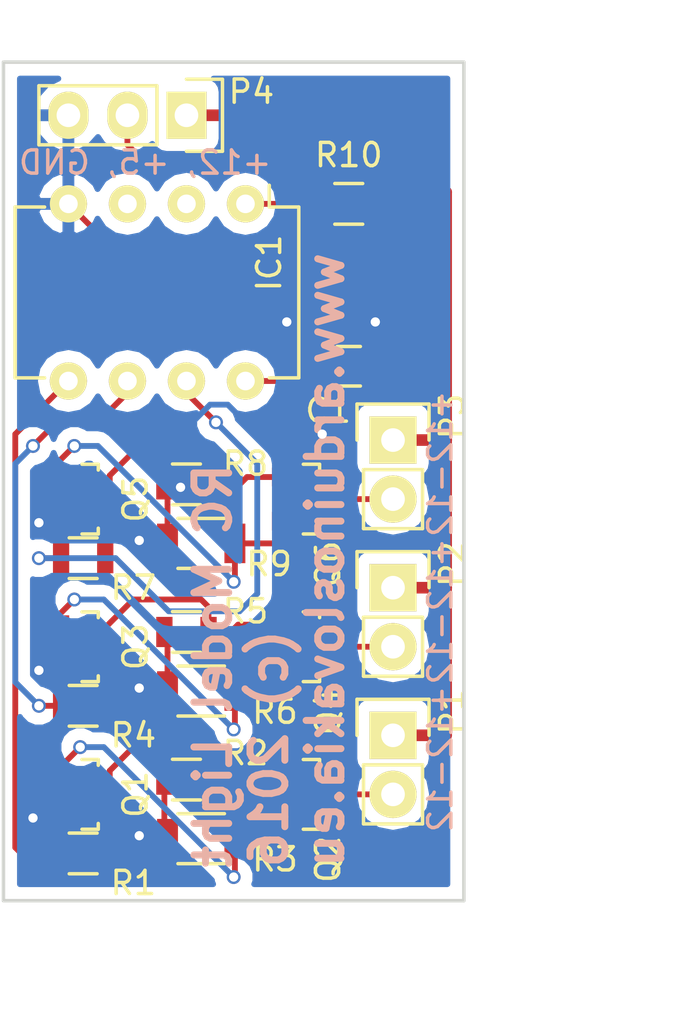
<source format=kicad_pcb>
(kicad_pcb (version 4) (host pcbnew 4.0.1-stable)

  (general
    (links 39)
    (no_connects 0)
    (area 163.500999 103.048999 183.463001 139.267001)
    (thickness 1.6)
    (drawings 11)
    (tracks 170)
    (zones 0)
    (modules 22)
    (nets 19)
  )

  (page A4)
  (layers
    (0 F.Cu signal)
    (31 B.Cu signal)
    (32 B.Adhes user)
    (33 F.Adhes user)
    (34 B.Paste user)
    (35 F.Paste user)
    (36 B.SilkS user)
    (37 F.SilkS user)
    (38 B.Mask user)
    (39 F.Mask user)
    (40 Dwgs.User user)
    (41 Cmts.User user)
    (42 Eco1.User user)
    (43 Eco2.User user)
    (44 Edge.Cuts user)
    (45 Margin user)
    (46 B.CrtYd user)
    (47 F.CrtYd user)
    (48 B.Fab user)
    (49 F.Fab user)
  )

  (setup
    (last_trace_width 0.25)
    (trace_clearance 0.2)
    (zone_clearance 0.508)
    (zone_45_only no)
    (trace_min 0.2)
    (segment_width 0.2)
    (edge_width 0.15)
    (via_size 0.6)
    (via_drill 0.4)
    (via_min_size 0.4)
    (via_min_drill 0.3)
    (uvia_size 0.3)
    (uvia_drill 0.1)
    (uvias_allowed no)
    (uvia_min_size 0.2)
    (uvia_min_drill 0.1)
    (pcb_text_width 0.3)
    (pcb_text_size 1.5 1.5)
    (mod_edge_width 0.15)
    (mod_text_size 1 1)
    (mod_text_width 0.15)
    (pad_size 1.524 1.524)
    (pad_drill 0.762)
    (pad_to_mask_clearance 0.2)
    (aux_axis_origin 0 0)
    (visible_elements FFFEFF7F)
    (pcbplotparams
      (layerselection 0x00030_80000001)
      (usegerberextensions false)
      (excludeedgelayer true)
      (linewidth 0.100000)
      (plotframeref false)
      (viasonmask false)
      (mode 1)
      (useauxorigin false)
      (hpglpennumber 1)
      (hpglpenspeed 20)
      (hpglpendiameter 15)
      (hpglpenoverlay 2)
      (psnegative false)
      (psa4output false)
      (plotreference true)
      (plotvalue true)
      (plotinvisibletext false)
      (padsonsilk false)
      (subtractmaskfromsilk false)
      (outputformat 1)
      (mirror false)
      (drillshape 1)
      (scaleselection 1)
      (outputdirectory ""))
  )

  (net 0 "")
  (net 1 GND)
  (net 2 +5V)
  (net 3 "Net-(IC1-Pad1)")
  (net 4 "Net-(IC1-Pad2)")
  (net 5 "Net-(IC1-Pad3)")
  (net 6 "Net-(IC1-Pad5)")
  (net 7 "Net-(IC1-Pad6)")
  (net 8 "Net-(IC1-Pad7)")
  (net 9 +12V)
  (net 10 "Net-(P1-Pad2)")
  (net 11 "Net-(P2-Pad2)")
  (net 12 "Net-(P3-Pad2)")
  (net 13 "Net-(Q1-Pad1)")
  (net 14 "Net-(Q1-Pad3)")
  (net 15 "Net-(Q3-Pad1)")
  (net 16 "Net-(Q3-Pad3)")
  (net 17 "Net-(Q5-Pad1)")
  (net 18 "Net-(Q5-Pad3)")

  (net_class Default "This is the default net class."
    (clearance 0.2)
    (trace_width 0.25)
    (via_dia 0.6)
    (via_drill 0.4)
    (uvia_dia 0.3)
    (uvia_drill 0.1)
    (add_net +5V)
    (add_net GND)
    (add_net "Net-(IC1-Pad1)")
    (add_net "Net-(IC1-Pad2)")
    (add_net "Net-(IC1-Pad3)")
    (add_net "Net-(IC1-Pad5)")
    (add_net "Net-(IC1-Pad6)")
    (add_net "Net-(IC1-Pad7)")
    (add_net "Net-(P1-Pad2)")
    (add_net "Net-(P2-Pad2)")
    (add_net "Net-(P3-Pad2)")
    (add_net "Net-(Q1-Pad1)")
    (add_net "Net-(Q1-Pad3)")
    (add_net "Net-(Q3-Pad1)")
    (add_net "Net-(Q3-Pad3)")
    (add_net "Net-(Q5-Pad1)")
    (add_net "Net-(Q5-Pad3)")
  )

  (net_class v12 ""
    (clearance 0.2)
    (trace_width 0.5)
    (via_dia 0.6)
    (via_drill 0.4)
    (uvia_dia 0.3)
    (uvia_drill 0.1)
    (add_net +12V)
  )

  (module Capacitors_SMD:C_0805 (layer F.Cu) (tedit 57A9746C) (tstamp 57A8E6E0)
    (at 178.435 116.205 180)
    (descr "Capacitor SMD 0805, reflow soldering, AVX (see smccp.pdf)")
    (tags "capacitor 0805")
    (path /57A8EAB4)
    (attr smd)
    (fp_text reference C1 (at 0.889 -1.905 180) (layer F.SilkS)
      (effects (font (size 1 1) (thickness 0.15)))
    )
    (fp_text value 0.1u (at 0 2.1 180) (layer F.Fab)
      (effects (font (size 1 1) (thickness 0.15)))
    )
    (fp_line (start -1.8 -1) (end 1.8 -1) (layer F.CrtYd) (width 0.05))
    (fp_line (start -1.8 1) (end 1.8 1) (layer F.CrtYd) (width 0.05))
    (fp_line (start -1.8 -1) (end -1.8 1) (layer F.CrtYd) (width 0.05))
    (fp_line (start 1.8 -1) (end 1.8 1) (layer F.CrtYd) (width 0.05))
    (fp_line (start 0.5 -0.85) (end -0.5 -0.85) (layer F.SilkS) (width 0.15))
    (fp_line (start -0.5 0.85) (end 0.5 0.85) (layer F.SilkS) (width 0.15))
    (pad 1 smd rect (at -1 0 180) (size 1 1.25) (layers F.Cu F.Paste F.Mask)
      (net 1 GND))
    (pad 2 smd rect (at 1 0 180) (size 1 1.25) (layers F.Cu F.Paste F.Mask)
      (net 2 +5V))
    (model Capacitors_SMD.3dshapes/C_0805.wrl
      (at (xyz 0 0 0))
      (scale (xyz 1 1 1))
      (rotate (xyz 0 0 0))
    )
  )

  (module Housings_DIP:DIP-8_W7.62mm (layer F.Cu) (tedit 57A97461) (tstamp 57A8E6F7)
    (at 173.99 109.22 270)
    (descr "8-lead dip package, row spacing 7.62 mm (300 mils)")
    (tags "dil dip 2.54 300")
    (path /57A8DF4F)
    (fp_text reference IC1 (at 2.54 -1.016 270) (layer F.SilkS)
      (effects (font (size 1 1) (thickness 0.15)))
    )
    (fp_text value ATTINY85 (at 0 -3.72 270) (layer F.Fab)
      (effects (font (size 1 1) (thickness 0.15)))
    )
    (fp_line (start -1.05 -2.45) (end -1.05 10.1) (layer F.CrtYd) (width 0.05))
    (fp_line (start 8.65 -2.45) (end 8.65 10.1) (layer F.CrtYd) (width 0.05))
    (fp_line (start -1.05 -2.45) (end 8.65 -2.45) (layer F.CrtYd) (width 0.05))
    (fp_line (start -1.05 10.1) (end 8.65 10.1) (layer F.CrtYd) (width 0.05))
    (fp_line (start 0.135 -2.295) (end 0.135 -1.025) (layer F.SilkS) (width 0.15))
    (fp_line (start 7.485 -2.295) (end 7.485 -1.025) (layer F.SilkS) (width 0.15))
    (fp_line (start 7.485 9.915) (end 7.485 8.645) (layer F.SilkS) (width 0.15))
    (fp_line (start 0.135 9.915) (end 0.135 8.645) (layer F.SilkS) (width 0.15))
    (fp_line (start 0.135 -2.295) (end 7.485 -2.295) (layer F.SilkS) (width 0.15))
    (fp_line (start 0.135 9.915) (end 7.485 9.915) (layer F.SilkS) (width 0.15))
    (fp_line (start 0.135 -1.025) (end -0.8 -1.025) (layer F.SilkS) (width 0.15))
    (pad 1 thru_hole oval (at 0 0 270) (size 1.6 1.6) (drill 0.8) (layers *.Cu *.Mask F.SilkS)
      (net 3 "Net-(IC1-Pad1)"))
    (pad 2 thru_hole oval (at 0 2.54 270) (size 1.6 1.6) (drill 0.8) (layers *.Cu *.Mask F.SilkS)
      (net 4 "Net-(IC1-Pad2)"))
    (pad 3 thru_hole oval (at 0 5.08 270) (size 1.6 1.6) (drill 0.8) (layers *.Cu *.Mask F.SilkS)
      (net 5 "Net-(IC1-Pad3)"))
    (pad 4 thru_hole oval (at 0 7.62 270) (size 1.6 1.6) (drill 0.8) (layers *.Cu *.Mask F.SilkS)
      (net 1 GND))
    (pad 5 thru_hole oval (at 7.62 7.62 270) (size 1.6 1.6) (drill 0.8) (layers *.Cu *.Mask F.SilkS)
      (net 6 "Net-(IC1-Pad5)"))
    (pad 6 thru_hole oval (at 7.62 5.08 270) (size 1.6 1.6) (drill 0.8) (layers *.Cu *.Mask F.SilkS)
      (net 7 "Net-(IC1-Pad6)"))
    (pad 7 thru_hole oval (at 7.62 2.54 270) (size 1.6 1.6) (drill 0.8) (layers *.Cu *.Mask F.SilkS)
      (net 8 "Net-(IC1-Pad7)"))
    (pad 8 thru_hole oval (at 7.62 0 270) (size 1.6 1.6) (drill 0.8) (layers *.Cu *.Mask F.SilkS)
      (net 2 +5V))
    (model Housings_DIP.3dshapes/DIP-8_W7.62mm.wrl
      (at (xyz 0 0 0))
      (scale (xyz 1 1 1))
      (rotate (xyz 0 0 0))
    )
  )

  (module Pin_Headers:Pin_Header_Straight_1x02 (layer F.Cu) (tedit 57A97496) (tstamp 57A8E708)
    (at 180.34 132.08)
    (descr "Through hole pin header")
    (tags "pin header")
    (path /57A8E502)
    (fp_text reference P1 (at 2.54 -1.016 90) (layer F.SilkS)
      (effects (font (size 1 1) (thickness 0.15)))
    )
    (fp_text value CONN_01X02 (at 0 -3.1) (layer F.Fab)
      (effects (font (size 1 1) (thickness 0.15)))
    )
    (fp_line (start 1.27 1.27) (end 1.27 3.81) (layer F.SilkS) (width 0.15))
    (fp_line (start 1.55 -1.55) (end 1.55 0) (layer F.SilkS) (width 0.15))
    (fp_line (start -1.75 -1.75) (end -1.75 4.3) (layer F.CrtYd) (width 0.05))
    (fp_line (start 1.75 -1.75) (end 1.75 4.3) (layer F.CrtYd) (width 0.05))
    (fp_line (start -1.75 -1.75) (end 1.75 -1.75) (layer F.CrtYd) (width 0.05))
    (fp_line (start -1.75 4.3) (end 1.75 4.3) (layer F.CrtYd) (width 0.05))
    (fp_line (start 1.27 1.27) (end -1.27 1.27) (layer F.SilkS) (width 0.15))
    (fp_line (start -1.55 0) (end -1.55 -1.55) (layer F.SilkS) (width 0.15))
    (fp_line (start -1.55 -1.55) (end 1.55 -1.55) (layer F.SilkS) (width 0.15))
    (fp_line (start -1.27 1.27) (end -1.27 3.81) (layer F.SilkS) (width 0.15))
    (fp_line (start -1.27 3.81) (end 1.27 3.81) (layer F.SilkS) (width 0.15))
    (pad 1 thru_hole rect (at 0 0) (size 2.032 2.032) (drill 1.016) (layers *.Cu *.Mask F.SilkS)
      (net 9 +12V))
    (pad 2 thru_hole oval (at 0 2.54) (size 2.032 2.032) (drill 1.016) (layers *.Cu *.Mask F.SilkS)
      (net 10 "Net-(P1-Pad2)"))
    (model Pin_Headers.3dshapes/Pin_Header_Straight_1x02.wrl
      (at (xyz 0 -0.05 0))
      (scale (xyz 1 1 1))
      (rotate (xyz 0 0 90))
    )
  )

  (module Pin_Headers:Pin_Header_Straight_1x02 (layer F.Cu) (tedit 57A97486) (tstamp 57A8E719)
    (at 180.34 125.73)
    (descr "Through hole pin header")
    (tags "pin header")
    (path /57A8F841)
    (fp_text reference P2 (at 2.54 -1.016 90) (layer F.SilkS)
      (effects (font (size 1 1) (thickness 0.15)))
    )
    (fp_text value CONN_01X02 (at 0 -3.1) (layer F.Fab)
      (effects (font (size 1 1) (thickness 0.15)))
    )
    (fp_line (start 1.27 1.27) (end 1.27 3.81) (layer F.SilkS) (width 0.15))
    (fp_line (start 1.55 -1.55) (end 1.55 0) (layer F.SilkS) (width 0.15))
    (fp_line (start -1.75 -1.75) (end -1.75 4.3) (layer F.CrtYd) (width 0.05))
    (fp_line (start 1.75 -1.75) (end 1.75 4.3) (layer F.CrtYd) (width 0.05))
    (fp_line (start -1.75 -1.75) (end 1.75 -1.75) (layer F.CrtYd) (width 0.05))
    (fp_line (start -1.75 4.3) (end 1.75 4.3) (layer F.CrtYd) (width 0.05))
    (fp_line (start 1.27 1.27) (end -1.27 1.27) (layer F.SilkS) (width 0.15))
    (fp_line (start -1.55 0) (end -1.55 -1.55) (layer F.SilkS) (width 0.15))
    (fp_line (start -1.55 -1.55) (end 1.55 -1.55) (layer F.SilkS) (width 0.15))
    (fp_line (start -1.27 1.27) (end -1.27 3.81) (layer F.SilkS) (width 0.15))
    (fp_line (start -1.27 3.81) (end 1.27 3.81) (layer F.SilkS) (width 0.15))
    (pad 1 thru_hole rect (at 0 0) (size 2.032 2.032) (drill 1.016) (layers *.Cu *.Mask F.SilkS)
      (net 9 +12V))
    (pad 2 thru_hole oval (at 0 2.54) (size 2.032 2.032) (drill 1.016) (layers *.Cu *.Mask F.SilkS)
      (net 11 "Net-(P2-Pad2)"))
    (model Pin_Headers.3dshapes/Pin_Header_Straight_1x02.wrl
      (at (xyz 0 -0.05 0))
      (scale (xyz 1 1 1))
      (rotate (xyz 0 0 90))
    )
  )

  (module Pin_Headers:Pin_Header_Straight_1x02 (layer F.Cu) (tedit 57A974A9) (tstamp 57A8E72A)
    (at 180.34 119.38)
    (descr "Through hole pin header")
    (tags "pin header")
    (path /57A8FA62)
    (fp_text reference P3 (at 2.54 -1.016 90) (layer F.SilkS)
      (effects (font (size 1 1) (thickness 0.15)))
    )
    (fp_text value CONN_01X02 (at 0 -3.1) (layer F.Fab)
      (effects (font (size 1 1) (thickness 0.15)))
    )
    (fp_line (start 1.27 1.27) (end 1.27 3.81) (layer F.SilkS) (width 0.15))
    (fp_line (start 1.55 -1.55) (end 1.55 0) (layer F.SilkS) (width 0.15))
    (fp_line (start -1.75 -1.75) (end -1.75 4.3) (layer F.CrtYd) (width 0.05))
    (fp_line (start 1.75 -1.75) (end 1.75 4.3) (layer F.CrtYd) (width 0.05))
    (fp_line (start -1.75 -1.75) (end 1.75 -1.75) (layer F.CrtYd) (width 0.05))
    (fp_line (start -1.75 4.3) (end 1.75 4.3) (layer F.CrtYd) (width 0.05))
    (fp_line (start 1.27 1.27) (end -1.27 1.27) (layer F.SilkS) (width 0.15))
    (fp_line (start -1.55 0) (end -1.55 -1.55) (layer F.SilkS) (width 0.15))
    (fp_line (start -1.55 -1.55) (end 1.55 -1.55) (layer F.SilkS) (width 0.15))
    (fp_line (start -1.27 1.27) (end -1.27 3.81) (layer F.SilkS) (width 0.15))
    (fp_line (start -1.27 3.81) (end 1.27 3.81) (layer F.SilkS) (width 0.15))
    (pad 1 thru_hole rect (at 0 0) (size 2.032 2.032) (drill 1.016) (layers *.Cu *.Mask F.SilkS)
      (net 9 +12V))
    (pad 2 thru_hole oval (at 0 2.54) (size 2.032 2.032) (drill 1.016) (layers *.Cu *.Mask F.SilkS)
      (net 12 "Net-(P3-Pad2)"))
    (model Pin_Headers.3dshapes/Pin_Header_Straight_1x02.wrl
      (at (xyz 0 -0.05 0))
      (scale (xyz 1 1 1))
      (rotate (xyz 0 0 90))
    )
  )

  (module TO_SOT_Packages_SMD:SOT-23 (layer F.Cu) (tedit 553634F8) (tstamp 57A8E73A)
    (at 167.005 134.62 270)
    (descr "SOT-23, Standard")
    (tags SOT-23)
    (path /57A8E0D3)
    (attr smd)
    (fp_text reference Q1 (at 0 -2.25 270) (layer F.SilkS)
      (effects (font (size 1 1) (thickness 0.15)))
    )
    (fp_text value BC847 (at 0 2.3 270) (layer F.Fab)
      (effects (font (size 1 1) (thickness 0.15)))
    )
    (fp_line (start -1.65 -1.6) (end 1.65 -1.6) (layer F.CrtYd) (width 0.05))
    (fp_line (start 1.65 -1.6) (end 1.65 1.6) (layer F.CrtYd) (width 0.05))
    (fp_line (start 1.65 1.6) (end -1.65 1.6) (layer F.CrtYd) (width 0.05))
    (fp_line (start -1.65 1.6) (end -1.65 -1.6) (layer F.CrtYd) (width 0.05))
    (fp_line (start 1.29916 -0.65024) (end 1.2509 -0.65024) (layer F.SilkS) (width 0.15))
    (fp_line (start -1.49982 0.0508) (end -1.49982 -0.65024) (layer F.SilkS) (width 0.15))
    (fp_line (start -1.49982 -0.65024) (end -1.2509 -0.65024) (layer F.SilkS) (width 0.15))
    (fp_line (start 1.29916 -0.65024) (end 1.49982 -0.65024) (layer F.SilkS) (width 0.15))
    (fp_line (start 1.49982 -0.65024) (end 1.49982 0.0508) (layer F.SilkS) (width 0.15))
    (pad 1 smd rect (at -0.95 1.00076 270) (size 0.8001 0.8001) (layers F.Cu F.Paste F.Mask)
      (net 13 "Net-(Q1-Pad1)"))
    (pad 2 smd rect (at 0.95 1.00076 270) (size 0.8001 0.8001) (layers F.Cu F.Paste F.Mask)
      (net 1 GND))
    (pad 3 smd rect (at 0 -0.99822 270) (size 0.8001 0.8001) (layers F.Cu F.Paste F.Mask)
      (net 14 "Net-(Q1-Pad3)"))
    (model TO_SOT_Packages_SMD.3dshapes/SOT-23.wrl
      (at (xyz 0 0 0))
      (scale (xyz 1 1 1))
      (rotate (xyz 0 0 0))
    )
  )

  (module TO_SOT_Packages_SMD:SOT-23 (layer F.Cu) (tedit 57A975B7) (tstamp 57A8E74A)
    (at 176.53 134.62 270)
    (descr "SOT-23, Standard")
    (tags SOT-23)
    (path /57A8E0FA)
    (attr smd)
    (fp_text reference Q2 (at 2.794 -1.016 270) (layer F.SilkS)
      (effects (font (size 1 1) (thickness 0.15)))
    )
    (fp_text value IRLML2502TRPBF (at 0 2.3 270) (layer F.Fab)
      (effects (font (size 1 1) (thickness 0.15)))
    )
    (fp_line (start -1.65 -1.6) (end 1.65 -1.6) (layer F.CrtYd) (width 0.05))
    (fp_line (start 1.65 -1.6) (end 1.65 1.6) (layer F.CrtYd) (width 0.05))
    (fp_line (start 1.65 1.6) (end -1.65 1.6) (layer F.CrtYd) (width 0.05))
    (fp_line (start -1.65 1.6) (end -1.65 -1.6) (layer F.CrtYd) (width 0.05))
    (fp_line (start 1.29916 -0.65024) (end 1.2509 -0.65024) (layer F.SilkS) (width 0.15))
    (fp_line (start -1.49982 0.0508) (end -1.49982 -0.65024) (layer F.SilkS) (width 0.15))
    (fp_line (start -1.49982 -0.65024) (end -1.2509 -0.65024) (layer F.SilkS) (width 0.15))
    (fp_line (start 1.29916 -0.65024) (end 1.49982 -0.65024) (layer F.SilkS) (width 0.15))
    (fp_line (start 1.49982 -0.65024) (end 1.49982 0.0508) (layer F.SilkS) (width 0.15))
    (pad 1 smd rect (at -0.95 1.00076 270) (size 0.8001 0.8001) (layers F.Cu F.Paste F.Mask)
      (net 14 "Net-(Q1-Pad3)"))
    (pad 2 smd rect (at 0.95 1.00076 270) (size 0.8001 0.8001) (layers F.Cu F.Paste F.Mask)
      (net 13 "Net-(Q1-Pad1)"))
    (pad 3 smd rect (at 0 -0.99822 270) (size 0.8001 0.8001) (layers F.Cu F.Paste F.Mask)
      (net 10 "Net-(P1-Pad2)"))
    (model TO_SOT_Packages_SMD.3dshapes/SOT-23.wrl
      (at (xyz 0 0 0))
      (scale (xyz 1 1 1))
      (rotate (xyz 0 0 0))
    )
  )

  (module TO_SOT_Packages_SMD:SOT-23 (layer F.Cu) (tedit 553634F8) (tstamp 57A8E75A)
    (at 167.005 128.27 270)
    (descr "SOT-23, Standard")
    (tags SOT-23)
    (path /57A8F826)
    (attr smd)
    (fp_text reference Q3 (at 0 -2.25 270) (layer F.SilkS)
      (effects (font (size 1 1) (thickness 0.15)))
    )
    (fp_text value BC847 (at 0 2.3 270) (layer F.Fab)
      (effects (font (size 1 1) (thickness 0.15)))
    )
    (fp_line (start -1.65 -1.6) (end 1.65 -1.6) (layer F.CrtYd) (width 0.05))
    (fp_line (start 1.65 -1.6) (end 1.65 1.6) (layer F.CrtYd) (width 0.05))
    (fp_line (start 1.65 1.6) (end -1.65 1.6) (layer F.CrtYd) (width 0.05))
    (fp_line (start -1.65 1.6) (end -1.65 -1.6) (layer F.CrtYd) (width 0.05))
    (fp_line (start 1.29916 -0.65024) (end 1.2509 -0.65024) (layer F.SilkS) (width 0.15))
    (fp_line (start -1.49982 0.0508) (end -1.49982 -0.65024) (layer F.SilkS) (width 0.15))
    (fp_line (start -1.49982 -0.65024) (end -1.2509 -0.65024) (layer F.SilkS) (width 0.15))
    (fp_line (start 1.29916 -0.65024) (end 1.49982 -0.65024) (layer F.SilkS) (width 0.15))
    (fp_line (start 1.49982 -0.65024) (end 1.49982 0.0508) (layer F.SilkS) (width 0.15))
    (pad 1 smd rect (at -0.95 1.00076 270) (size 0.8001 0.8001) (layers F.Cu F.Paste F.Mask)
      (net 15 "Net-(Q3-Pad1)"))
    (pad 2 smd rect (at 0.95 1.00076 270) (size 0.8001 0.8001) (layers F.Cu F.Paste F.Mask)
      (net 1 GND))
    (pad 3 smd rect (at 0 -0.99822 270) (size 0.8001 0.8001) (layers F.Cu F.Paste F.Mask)
      (net 16 "Net-(Q3-Pad3)"))
    (model TO_SOT_Packages_SMD.3dshapes/SOT-23.wrl
      (at (xyz 0 0 0))
      (scale (xyz 1 1 1))
      (rotate (xyz 0 0 0))
    )
  )

  (module TO_SOT_Packages_SMD:SOT-23 (layer F.Cu) (tedit 57A975BE) (tstamp 57A8E76A)
    (at 176.53 128.27 270)
    (descr "SOT-23, Standard")
    (tags SOT-23)
    (path /57A8F82D)
    (attr smd)
    (fp_text reference Q4 (at 2.794 -1.016 270) (layer F.SilkS)
      (effects (font (size 1 1) (thickness 0.15)))
    )
    (fp_text value IRLML2502TRPBF (at 0 2.3 270) (layer F.Fab)
      (effects (font (size 1 1) (thickness 0.15)))
    )
    (fp_line (start -1.65 -1.6) (end 1.65 -1.6) (layer F.CrtYd) (width 0.05))
    (fp_line (start 1.65 -1.6) (end 1.65 1.6) (layer F.CrtYd) (width 0.05))
    (fp_line (start 1.65 1.6) (end -1.65 1.6) (layer F.CrtYd) (width 0.05))
    (fp_line (start -1.65 1.6) (end -1.65 -1.6) (layer F.CrtYd) (width 0.05))
    (fp_line (start 1.29916 -0.65024) (end 1.2509 -0.65024) (layer F.SilkS) (width 0.15))
    (fp_line (start -1.49982 0.0508) (end -1.49982 -0.65024) (layer F.SilkS) (width 0.15))
    (fp_line (start -1.49982 -0.65024) (end -1.2509 -0.65024) (layer F.SilkS) (width 0.15))
    (fp_line (start 1.29916 -0.65024) (end 1.49982 -0.65024) (layer F.SilkS) (width 0.15))
    (fp_line (start 1.49982 -0.65024) (end 1.49982 0.0508) (layer F.SilkS) (width 0.15))
    (pad 1 smd rect (at -0.95 1.00076 270) (size 0.8001 0.8001) (layers F.Cu F.Paste F.Mask)
      (net 16 "Net-(Q3-Pad3)"))
    (pad 2 smd rect (at 0.95 1.00076 270) (size 0.8001 0.8001) (layers F.Cu F.Paste F.Mask)
      (net 15 "Net-(Q3-Pad1)"))
    (pad 3 smd rect (at 0 -0.99822 270) (size 0.8001 0.8001) (layers F.Cu F.Paste F.Mask)
      (net 11 "Net-(P2-Pad2)"))
    (model TO_SOT_Packages_SMD.3dshapes/SOT-23.wrl
      (at (xyz 0 0 0))
      (scale (xyz 1 1 1))
      (rotate (xyz 0 0 0))
    )
  )

  (module TO_SOT_Packages_SMD:SOT-23 (layer F.Cu) (tedit 553634F8) (tstamp 57A8E77A)
    (at 167.005 121.92 270)
    (descr "SOT-23, Standard")
    (tags SOT-23)
    (path /57A8FA47)
    (attr smd)
    (fp_text reference Q5 (at 0 -2.25 270) (layer F.SilkS)
      (effects (font (size 1 1) (thickness 0.15)))
    )
    (fp_text value BC847 (at 0 2.3 270) (layer F.Fab)
      (effects (font (size 1 1) (thickness 0.15)))
    )
    (fp_line (start -1.65 -1.6) (end 1.65 -1.6) (layer F.CrtYd) (width 0.05))
    (fp_line (start 1.65 -1.6) (end 1.65 1.6) (layer F.CrtYd) (width 0.05))
    (fp_line (start 1.65 1.6) (end -1.65 1.6) (layer F.CrtYd) (width 0.05))
    (fp_line (start -1.65 1.6) (end -1.65 -1.6) (layer F.CrtYd) (width 0.05))
    (fp_line (start 1.29916 -0.65024) (end 1.2509 -0.65024) (layer F.SilkS) (width 0.15))
    (fp_line (start -1.49982 0.0508) (end -1.49982 -0.65024) (layer F.SilkS) (width 0.15))
    (fp_line (start -1.49982 -0.65024) (end -1.2509 -0.65024) (layer F.SilkS) (width 0.15))
    (fp_line (start 1.29916 -0.65024) (end 1.49982 -0.65024) (layer F.SilkS) (width 0.15))
    (fp_line (start 1.49982 -0.65024) (end 1.49982 0.0508) (layer F.SilkS) (width 0.15))
    (pad 1 smd rect (at -0.95 1.00076 270) (size 0.8001 0.8001) (layers F.Cu F.Paste F.Mask)
      (net 17 "Net-(Q5-Pad1)"))
    (pad 2 smd rect (at 0.95 1.00076 270) (size 0.8001 0.8001) (layers F.Cu F.Paste F.Mask)
      (net 1 GND))
    (pad 3 smd rect (at 0 -0.99822 270) (size 0.8001 0.8001) (layers F.Cu F.Paste F.Mask)
      (net 18 "Net-(Q5-Pad3)"))
    (model TO_SOT_Packages_SMD.3dshapes/SOT-23.wrl
      (at (xyz 0 0 0))
      (scale (xyz 1 1 1))
      (rotate (xyz 0 0 0))
    )
  )

  (module TO_SOT_Packages_SMD:SOT-23 (layer F.Cu) (tedit 57A975C1) (tstamp 57A8E78A)
    (at 176.53 121.92 270)
    (descr "SOT-23, Standard")
    (tags SOT-23)
    (path /57A8FA4E)
    (attr smd)
    (fp_text reference Q6 (at 2.794 -1.016 270) (layer F.SilkS)
      (effects (font (size 1 1) (thickness 0.15)))
    )
    (fp_text value IRLML2502TRPBF (at 0 2.3 270) (layer F.Fab)
      (effects (font (size 1 1) (thickness 0.15)))
    )
    (fp_line (start -1.65 -1.6) (end 1.65 -1.6) (layer F.CrtYd) (width 0.05))
    (fp_line (start 1.65 -1.6) (end 1.65 1.6) (layer F.CrtYd) (width 0.05))
    (fp_line (start 1.65 1.6) (end -1.65 1.6) (layer F.CrtYd) (width 0.05))
    (fp_line (start -1.65 1.6) (end -1.65 -1.6) (layer F.CrtYd) (width 0.05))
    (fp_line (start 1.29916 -0.65024) (end 1.2509 -0.65024) (layer F.SilkS) (width 0.15))
    (fp_line (start -1.49982 0.0508) (end -1.49982 -0.65024) (layer F.SilkS) (width 0.15))
    (fp_line (start -1.49982 -0.65024) (end -1.2509 -0.65024) (layer F.SilkS) (width 0.15))
    (fp_line (start 1.29916 -0.65024) (end 1.49982 -0.65024) (layer F.SilkS) (width 0.15))
    (fp_line (start 1.49982 -0.65024) (end 1.49982 0.0508) (layer F.SilkS) (width 0.15))
    (pad 1 smd rect (at -0.95 1.00076 270) (size 0.8001 0.8001) (layers F.Cu F.Paste F.Mask)
      (net 18 "Net-(Q5-Pad3)"))
    (pad 2 smd rect (at 0.95 1.00076 270) (size 0.8001 0.8001) (layers F.Cu F.Paste F.Mask)
      (net 17 "Net-(Q5-Pad1)"))
    (pad 3 smd rect (at 0 -0.99822 270) (size 0.8001 0.8001) (layers F.Cu F.Paste F.Mask)
      (net 12 "Net-(P3-Pad2)"))
    (model TO_SOT_Packages_SMD.3dshapes/SOT-23.wrl
      (at (xyz 0 0 0))
      (scale (xyz 1 1 1))
      (rotate (xyz 0 0 0))
    )
  )

  (module Resistors_SMD:R_0805 (layer F.Cu) (tedit 57A97560) (tstamp 57A8E796)
    (at 167.005 137.16 180)
    (descr "Resistor SMD 0805, reflow soldering, Vishay (see dcrcw.pdf)")
    (tags "resistor 0805")
    (path /57A8E02C)
    (attr smd)
    (fp_text reference R1 (at -2.159 -1.27 180) (layer F.SilkS)
      (effects (font (size 1 1) (thickness 0.15)))
    )
    (fp_text value 100 (at 0 2.1 180) (layer F.Fab)
      (effects (font (size 1 1) (thickness 0.15)))
    )
    (fp_line (start -1.6 -1) (end 1.6 -1) (layer F.CrtYd) (width 0.05))
    (fp_line (start -1.6 1) (end 1.6 1) (layer F.CrtYd) (width 0.05))
    (fp_line (start -1.6 -1) (end -1.6 1) (layer F.CrtYd) (width 0.05))
    (fp_line (start 1.6 -1) (end 1.6 1) (layer F.CrtYd) (width 0.05))
    (fp_line (start 0.6 0.875) (end -0.6 0.875) (layer F.SilkS) (width 0.15))
    (fp_line (start -0.6 -0.875) (end 0.6 -0.875) (layer F.SilkS) (width 0.15))
    (pad 1 smd rect (at -0.95 0 180) (size 0.7 1.3) (layers F.Cu F.Paste F.Mask)
      (net 14 "Net-(Q1-Pad3)"))
    (pad 2 smd rect (at 0.95 0 180) (size 0.7 1.3) (layers F.Cu F.Paste F.Mask)
      (net 6 "Net-(IC1-Pad5)"))
    (model Resistors_SMD.3dshapes/R_0805.wrl
      (at (xyz 0 0 0))
      (scale (xyz 1 1 1))
      (rotate (xyz 0 0 0))
    )
  )

  (module Resistors_SMD:R_0805 (layer F.Cu) (tedit 57A97580) (tstamp 57A8E7A2)
    (at 171.45 133.985)
    (descr "Resistor SMD 0805, reflow soldering, Vishay (see dcrcw.pdf)")
    (tags "resistor 0805")
    (path /57A8E055)
    (attr smd)
    (fp_text reference R2 (at 2.54 -1.143) (layer F.SilkS)
      (effects (font (size 1 1) (thickness 0.15)))
    )
    (fp_text value 10k (at 0 2.1) (layer F.Fab)
      (effects (font (size 1 1) (thickness 0.15)))
    )
    (fp_line (start -1.6 -1) (end 1.6 -1) (layer F.CrtYd) (width 0.05))
    (fp_line (start -1.6 1) (end 1.6 1) (layer F.CrtYd) (width 0.05))
    (fp_line (start -1.6 -1) (end -1.6 1) (layer F.CrtYd) (width 0.05))
    (fp_line (start 1.6 -1) (end 1.6 1) (layer F.CrtYd) (width 0.05))
    (fp_line (start 0.6 0.875) (end -0.6 0.875) (layer F.SilkS) (width 0.15))
    (fp_line (start -0.6 -0.875) (end 0.6 -0.875) (layer F.SilkS) (width 0.15))
    (pad 1 smd rect (at -0.95 0) (size 0.7 1.3) (layers F.Cu F.Paste F.Mask)
      (net 1 GND))
    (pad 2 smd rect (at 0.95 0) (size 0.7 1.3) (layers F.Cu F.Paste F.Mask)
      (net 14 "Net-(Q1-Pad3)"))
    (model Resistors_SMD.3dshapes/R_0805.wrl
      (at (xyz 0 0 0))
      (scale (xyz 1 1 1))
      (rotate (xyz 0 0 0))
    )
  )

  (module Resistors_SMD:R_1206 (layer F.Cu) (tedit 57A975B4) (tstamp 57A8E7AE)
    (at 172.085 136.525 180)
    (descr "Resistor SMD 1206, reflow soldering, Vishay (see dcrcw.pdf)")
    (tags "resistor 1206")
    (path /57A8E094)
    (attr smd)
    (fp_text reference R3 (at -3.175 -0.889 180) (layer F.SilkS)
      (effects (font (size 1 1) (thickness 0.15)))
    )
    (fp_text value 1 (at 0 2.3 180) (layer F.Fab)
      (effects (font (size 1 1) (thickness 0.15)))
    )
    (fp_line (start -2.2 -1.2) (end 2.2 -1.2) (layer F.CrtYd) (width 0.05))
    (fp_line (start -2.2 1.2) (end 2.2 1.2) (layer F.CrtYd) (width 0.05))
    (fp_line (start -2.2 -1.2) (end -2.2 1.2) (layer F.CrtYd) (width 0.05))
    (fp_line (start 2.2 -1.2) (end 2.2 1.2) (layer F.CrtYd) (width 0.05))
    (fp_line (start 1 1.075) (end -1 1.075) (layer F.SilkS) (width 0.15))
    (fp_line (start -1 -1.075) (end 1 -1.075) (layer F.SilkS) (width 0.15))
    (pad 1 smd rect (at -1.45 0 180) (size 0.9 1.7) (layers F.Cu F.Paste F.Mask)
      (net 13 "Net-(Q1-Pad1)"))
    (pad 2 smd rect (at 1.45 0 180) (size 0.9 1.7) (layers F.Cu F.Paste F.Mask)
      (net 1 GND))
    (model Resistors_SMD.3dshapes/R_1206.wrl
      (at (xyz 0 0 0))
      (scale (xyz 1 1 1))
      (rotate (xyz 0 0 0))
    )
  )

  (module Resistors_SMD:R_0805 (layer F.Cu) (tedit 57A97566) (tstamp 57A8E7BA)
    (at 167.005 130.81 180)
    (descr "Resistor SMD 0805, reflow soldering, Vishay (see dcrcw.pdf)")
    (tags "resistor 0805")
    (path /57A8F811)
    (attr smd)
    (fp_text reference R4 (at -2.159 -1.27 180) (layer F.SilkS)
      (effects (font (size 1 1) (thickness 0.15)))
    )
    (fp_text value 100 (at 0 2.1 180) (layer F.Fab)
      (effects (font (size 1 1) (thickness 0.15)))
    )
    (fp_line (start -1.6 -1) (end 1.6 -1) (layer F.CrtYd) (width 0.05))
    (fp_line (start -1.6 1) (end 1.6 1) (layer F.CrtYd) (width 0.05))
    (fp_line (start -1.6 -1) (end -1.6 1) (layer F.CrtYd) (width 0.05))
    (fp_line (start 1.6 -1) (end 1.6 1) (layer F.CrtYd) (width 0.05))
    (fp_line (start 0.6 0.875) (end -0.6 0.875) (layer F.SilkS) (width 0.15))
    (fp_line (start -0.6 -0.875) (end 0.6 -0.875) (layer F.SilkS) (width 0.15))
    (pad 1 smd rect (at -0.95 0 180) (size 0.7 1.3) (layers F.Cu F.Paste F.Mask)
      (net 16 "Net-(Q3-Pad3)"))
    (pad 2 smd rect (at 0.95 0 180) (size 0.7 1.3) (layers F.Cu F.Paste F.Mask)
      (net 7 "Net-(IC1-Pad6)"))
    (model Resistors_SMD.3dshapes/R_0805.wrl
      (at (xyz 0 0 0))
      (scale (xyz 1 1 1))
      (rotate (xyz 0 0 0))
    )
  )

  (module Resistors_SMD:R_0805 (layer F.Cu) (tedit 57A9758A) (tstamp 57A8E7C6)
    (at 171.45 127.635)
    (descr "Resistor SMD 0805, reflow soldering, Vishay (see dcrcw.pdf)")
    (tags "resistor 0805")
    (path /57A8F818)
    (attr smd)
    (fp_text reference R5 (at 2.54 -0.889) (layer F.SilkS)
      (effects (font (size 1 1) (thickness 0.15)))
    )
    (fp_text value 10k (at 0 2.1) (layer F.Fab)
      (effects (font (size 1 1) (thickness 0.15)))
    )
    (fp_line (start -1.6 -1) (end 1.6 -1) (layer F.CrtYd) (width 0.05))
    (fp_line (start -1.6 1) (end 1.6 1) (layer F.CrtYd) (width 0.05))
    (fp_line (start -1.6 -1) (end -1.6 1) (layer F.CrtYd) (width 0.05))
    (fp_line (start 1.6 -1) (end 1.6 1) (layer F.CrtYd) (width 0.05))
    (fp_line (start 0.6 0.875) (end -0.6 0.875) (layer F.SilkS) (width 0.15))
    (fp_line (start -0.6 -0.875) (end 0.6 -0.875) (layer F.SilkS) (width 0.15))
    (pad 1 smd rect (at -0.95 0) (size 0.7 1.3) (layers F.Cu F.Paste F.Mask)
      (net 1 GND))
    (pad 2 smd rect (at 0.95 0) (size 0.7 1.3) (layers F.Cu F.Paste F.Mask)
      (net 16 "Net-(Q3-Pad3)"))
    (model Resistors_SMD.3dshapes/R_0805.wrl
      (at (xyz 0 0 0))
      (scale (xyz 1 1 1))
      (rotate (xyz 0 0 0))
    )
  )

  (module Resistors_SMD:R_1206 (layer F.Cu) (tedit 57A975AB) (tstamp 57A8E7D2)
    (at 172.085 130.175 180)
    (descr "Resistor SMD 1206, reflow soldering, Vishay (see dcrcw.pdf)")
    (tags "resistor 1206")
    (path /57A8F81F)
    (attr smd)
    (fp_text reference R6 (at -3.175 -0.889 180) (layer F.SilkS)
      (effects (font (size 1 1) (thickness 0.15)))
    )
    (fp_text value 1 (at 0 2.3 180) (layer F.Fab)
      (effects (font (size 1 1) (thickness 0.15)))
    )
    (fp_line (start -2.2 -1.2) (end 2.2 -1.2) (layer F.CrtYd) (width 0.05))
    (fp_line (start -2.2 1.2) (end 2.2 1.2) (layer F.CrtYd) (width 0.05))
    (fp_line (start -2.2 -1.2) (end -2.2 1.2) (layer F.CrtYd) (width 0.05))
    (fp_line (start 2.2 -1.2) (end 2.2 1.2) (layer F.CrtYd) (width 0.05))
    (fp_line (start 1 1.075) (end -1 1.075) (layer F.SilkS) (width 0.15))
    (fp_line (start -1 -1.075) (end 1 -1.075) (layer F.SilkS) (width 0.15))
    (pad 1 smd rect (at -1.45 0 180) (size 0.9 1.7) (layers F.Cu F.Paste F.Mask)
      (net 15 "Net-(Q3-Pad1)"))
    (pad 2 smd rect (at 1.45 0 180) (size 0.9 1.7) (layers F.Cu F.Paste F.Mask)
      (net 1 GND))
    (model Resistors_SMD.3dshapes/R_1206.wrl
      (at (xyz 0 0 0))
      (scale (xyz 1 1 1))
      (rotate (xyz 0 0 0))
    )
  )

  (module Resistors_SMD:R_0805 (layer F.Cu) (tedit 57A9756C) (tstamp 57A8E7DE)
    (at 167.005 124.46 180)
    (descr "Resistor SMD 0805, reflow soldering, Vishay (see dcrcw.pdf)")
    (tags "resistor 0805")
    (path /57A8FA32)
    (attr smd)
    (fp_text reference R7 (at -2.159 -1.27 180) (layer F.SilkS)
      (effects (font (size 1 1) (thickness 0.15)))
    )
    (fp_text value 100 (at 0 2.1 180) (layer F.Fab)
      (effects (font (size 1 1) (thickness 0.15)))
    )
    (fp_line (start -1.6 -1) (end 1.6 -1) (layer F.CrtYd) (width 0.05))
    (fp_line (start -1.6 1) (end 1.6 1) (layer F.CrtYd) (width 0.05))
    (fp_line (start -1.6 -1) (end -1.6 1) (layer F.CrtYd) (width 0.05))
    (fp_line (start 1.6 -1) (end 1.6 1) (layer F.CrtYd) (width 0.05))
    (fp_line (start 0.6 0.875) (end -0.6 0.875) (layer F.SilkS) (width 0.15))
    (fp_line (start -0.6 -0.875) (end 0.6 -0.875) (layer F.SilkS) (width 0.15))
    (pad 1 smd rect (at -0.95 0 180) (size 0.7 1.3) (layers F.Cu F.Paste F.Mask)
      (net 18 "Net-(Q5-Pad3)"))
    (pad 2 smd rect (at 0.95 0 180) (size 0.7 1.3) (layers F.Cu F.Paste F.Mask)
      (net 8 "Net-(IC1-Pad7)"))
    (model Resistors_SMD.3dshapes/R_0805.wrl
      (at (xyz 0 0 0))
      (scale (xyz 1 1 1))
      (rotate (xyz 0 0 0))
    )
  )

  (module Resistors_SMD:R_0805 (layer F.Cu) (tedit 57A97595) (tstamp 57A8E7EA)
    (at 171.45 121.285)
    (descr "Resistor SMD 0805, reflow soldering, Vishay (see dcrcw.pdf)")
    (tags "resistor 0805")
    (path /57A8FA39)
    (attr smd)
    (fp_text reference R8 (at 2.54 -0.889) (layer F.SilkS)
      (effects (font (size 1 1) (thickness 0.15)))
    )
    (fp_text value 10k (at 0 2.1) (layer F.Fab)
      (effects (font (size 1 1) (thickness 0.15)))
    )
    (fp_line (start -1.6 -1) (end 1.6 -1) (layer F.CrtYd) (width 0.05))
    (fp_line (start -1.6 1) (end 1.6 1) (layer F.CrtYd) (width 0.05))
    (fp_line (start -1.6 -1) (end -1.6 1) (layer F.CrtYd) (width 0.05))
    (fp_line (start 1.6 -1) (end 1.6 1) (layer F.CrtYd) (width 0.05))
    (fp_line (start 0.6 0.875) (end -0.6 0.875) (layer F.SilkS) (width 0.15))
    (fp_line (start -0.6 -0.875) (end 0.6 -0.875) (layer F.SilkS) (width 0.15))
    (pad 1 smd rect (at -0.95 0) (size 0.7 1.3) (layers F.Cu F.Paste F.Mask)
      (net 1 GND))
    (pad 2 smd rect (at 0.95 0) (size 0.7 1.3) (layers F.Cu F.Paste F.Mask)
      (net 18 "Net-(Q5-Pad3)"))
    (model Resistors_SMD.3dshapes/R_0805.wrl
      (at (xyz 0 0 0))
      (scale (xyz 1 1 1))
      (rotate (xyz 0 0 0))
    )
  )

  (module Resistors_SMD:R_1206 (layer F.Cu) (tedit 57A975A7) (tstamp 57A8E7F6)
    (at 172.085 123.825 180)
    (descr "Resistor SMD 1206, reflow soldering, Vishay (see dcrcw.pdf)")
    (tags "resistor 1206")
    (path /57A8FA40)
    (attr smd)
    (fp_text reference R9 (at -2.921 -0.889 180) (layer F.SilkS)
      (effects (font (size 1 1) (thickness 0.15)))
    )
    (fp_text value 1 (at 0 2.3 180) (layer F.Fab)
      (effects (font (size 1 1) (thickness 0.15)))
    )
    (fp_line (start -2.2 -1.2) (end 2.2 -1.2) (layer F.CrtYd) (width 0.05))
    (fp_line (start -2.2 1.2) (end 2.2 1.2) (layer F.CrtYd) (width 0.05))
    (fp_line (start -2.2 -1.2) (end -2.2 1.2) (layer F.CrtYd) (width 0.05))
    (fp_line (start 2.2 -1.2) (end 2.2 1.2) (layer F.CrtYd) (width 0.05))
    (fp_line (start 1 1.075) (end -1 1.075) (layer F.SilkS) (width 0.15))
    (fp_line (start -1 -1.075) (end 1 -1.075) (layer F.SilkS) (width 0.15))
    (pad 1 smd rect (at -1.45 0 180) (size 0.9 1.7) (layers F.Cu F.Paste F.Mask)
      (net 17 "Net-(Q5-Pad1)"))
    (pad 2 smd rect (at 1.45 0 180) (size 0.9 1.7) (layers F.Cu F.Paste F.Mask)
      (net 1 GND))
    (model Resistors_SMD.3dshapes/R_1206.wrl
      (at (xyz 0 0 0))
      (scale (xyz 1 1 1))
      (rotate (xyz 0 0 0))
    )
  )

  (module Pin_Headers:Pin_Header_Straight_1x03 (layer F.Cu) (tedit 57A9766B) (tstamp 57A971F8)
    (at 171.45 105.41 270)
    (descr "Through hole pin header")
    (tags "pin header")
    (path /57A972D2)
    (fp_text reference P4 (at -1.016 -2.794 360) (layer F.SilkS)
      (effects (font (size 1 1) (thickness 0.15)))
    )
    (fp_text value CONN_01X03 (at 0 -3.1 270) (layer F.Fab)
      (effects (font (size 1 1) (thickness 0.15)))
    )
    (fp_line (start -1.75 -1.75) (end -1.75 6.85) (layer F.CrtYd) (width 0.05))
    (fp_line (start 1.75 -1.75) (end 1.75 6.85) (layer F.CrtYd) (width 0.05))
    (fp_line (start -1.75 -1.75) (end 1.75 -1.75) (layer F.CrtYd) (width 0.05))
    (fp_line (start -1.75 6.85) (end 1.75 6.85) (layer F.CrtYd) (width 0.05))
    (fp_line (start -1.27 1.27) (end -1.27 6.35) (layer F.SilkS) (width 0.15))
    (fp_line (start -1.27 6.35) (end 1.27 6.35) (layer F.SilkS) (width 0.15))
    (fp_line (start 1.27 6.35) (end 1.27 1.27) (layer F.SilkS) (width 0.15))
    (fp_line (start 1.55 -1.55) (end 1.55 0) (layer F.SilkS) (width 0.15))
    (fp_line (start 1.27 1.27) (end -1.27 1.27) (layer F.SilkS) (width 0.15))
    (fp_line (start -1.55 0) (end -1.55 -1.55) (layer F.SilkS) (width 0.15))
    (fp_line (start -1.55 -1.55) (end 1.55 -1.55) (layer F.SilkS) (width 0.15))
    (pad 1 thru_hole rect (at 0 0 270) (size 2.032 1.7272) (drill 1.016) (layers *.Cu *.Mask F.SilkS)
      (net 9 +12V))
    (pad 2 thru_hole oval (at 0 2.54 270) (size 2.032 1.7272) (drill 1.016) (layers *.Cu *.Mask F.SilkS)
      (net 2 +5V))
    (pad 3 thru_hole oval (at 0 5.08 270) (size 2.032 1.7272) (drill 1.016) (layers *.Cu *.Mask F.SilkS)
      (net 1 GND))
    (model Pin_Headers.3dshapes/Pin_Header_Straight_1x03.wrl
      (at (xyz 0 -0.1 0))
      (scale (xyz 1 1 1))
      (rotate (xyz 0 0 90))
    )
  )

  (module Resistors_SMD:R_0805 (layer F.Cu) (tedit 5415CDEB) (tstamp 57A972E3)
    (at 178.435 109.22)
    (descr "Resistor SMD 0805, reflow soldering, Vishay (see dcrcw.pdf)")
    (tags "resistor 0805")
    (path /57A98090)
    (attr smd)
    (fp_text reference R10 (at 0 -2.1) (layer F.SilkS)
      (effects (font (size 1 1) (thickness 0.15)))
    )
    (fp_text value 10k (at 0 2.1) (layer F.Fab)
      (effects (font (size 1 1) (thickness 0.15)))
    )
    (fp_line (start -1.6 -1) (end 1.6 -1) (layer F.CrtYd) (width 0.05))
    (fp_line (start -1.6 1) (end 1.6 1) (layer F.CrtYd) (width 0.05))
    (fp_line (start -1.6 -1) (end -1.6 1) (layer F.CrtYd) (width 0.05))
    (fp_line (start 1.6 -1) (end 1.6 1) (layer F.CrtYd) (width 0.05))
    (fp_line (start 0.6 0.875) (end -0.6 0.875) (layer F.SilkS) (width 0.15))
    (fp_line (start -0.6 -0.875) (end 0.6 -0.875) (layer F.SilkS) (width 0.15))
    (pad 1 smd rect (at -0.95 0) (size 0.7 1.3) (layers F.Cu F.Paste F.Mask)
      (net 3 "Net-(IC1-Pad1)"))
    (pad 2 smd rect (at 0.95 0) (size 0.7 1.3) (layers F.Cu F.Paste F.Mask)
      (net 2 +5V))
    (model Resistors_SMD.3dshapes/R_0805.wrl
      (at (xyz 0 0 0))
      (scale (xyz 1 1 1))
      (rotate (xyz 0 0 0))
    )
  )

  (gr_text "+12, +5, GND" (at 169.672 107.442) (layer B.SilkS)
    (effects (font (size 1 1) (thickness 0.15)) (justify mirror))
  )
  (gr_text +12-12 (at 182.372 133.096 90) (layer B.SilkS)
    (effects (font (size 1 1) (thickness 0.15)) (justify mirror))
  )
  (gr_text +12-12 (at 182.372 126.746 90) (layer B.SilkS)
    (effects (font (size 1 1) (thickness 0.15)) (justify mirror))
  )
  (gr_text +12-12 (at 182.372 120.396 90) (layer B.SilkS)
    (effects (font (size 1 1) (thickness 0.15)) (justify mirror))
  )
  (gr_text "RC Model Light\n(c) 2016\nwww.arduinoslovakia.eu" (at 175.006 137.922 90) (layer B.SilkS)
    (effects (font (size 1.5 1.5) (thickness 0.3)) (justify right mirror))
  )
  (dimension 36.068 (width 0.3) (layer Dwgs.User)
    (gr_text "36,068 mm" (at 190.326 121.158 90) (layer Dwgs.User)
      (effects (font (size 1.5 1.5) (thickness 0.3)))
    )
    (feature1 (pts (xy 184.404 103.124) (xy 191.676 103.124)))
    (feature2 (pts (xy 184.404 139.192) (xy 191.676 139.192)))
    (crossbar (pts (xy 188.976 139.192) (xy 188.976 103.124)))
    (arrow1a (pts (xy 188.976 103.124) (xy 189.562421 104.250504)))
    (arrow1b (pts (xy 188.976 103.124) (xy 188.389579 104.250504)))
    (arrow2a (pts (xy 188.976 139.192) (xy 189.562421 138.065496)))
    (arrow2b (pts (xy 188.976 139.192) (xy 188.389579 138.065496)))
  )
  (dimension 19.812 (width 0.3) (layer Dwgs.User)
    (gr_text "19,812 mm" (at 173.482 145.114) (layer Dwgs.User)
      (effects (font (size 1.5 1.5) (thickness 0.3)))
    )
    (feature1 (pts (xy 183.388 140.716) (xy 183.388 146.464)))
    (feature2 (pts (xy 163.576 140.716) (xy 163.576 146.464)))
    (crossbar (pts (xy 163.576 143.764) (xy 183.388 143.764)))
    (arrow1a (pts (xy 183.388 143.764) (xy 182.261496 144.350421)))
    (arrow1b (pts (xy 183.388 143.764) (xy 182.261496 143.177579)))
    (arrow2a (pts (xy 163.576 143.764) (xy 164.702504 144.350421)))
    (arrow2b (pts (xy 163.576 143.764) (xy 164.702504 143.177579)))
  )
  (gr_line (start 183.388 103.124) (end 163.576 103.124) (angle 90) (layer Edge.Cuts) (width 0.15))
  (gr_line (start 183.388 139.192) (end 183.388 103.124) (angle 90) (layer Edge.Cuts) (width 0.15))
  (gr_line (start 163.576 139.192) (end 183.388 139.192) (angle 90) (layer Edge.Cuts) (width 0.15))
  (gr_line (start 163.576 103.124) (end 163.576 139.192) (angle 90) (layer Edge.Cuts) (width 0.15))

  (segment (start 170.5 121.285) (end 171.069 121.285) (width 0.25) (layer F.Cu) (net 1) (status 400000))
  (segment (start 174.498 119.126) (end 177.292 119.126) (width 0.25) (layer B.Cu) (net 1) (tstamp 57A979F4))
  (segment (start 173.228 117.856) (end 174.498 119.126) (width 0.25) (layer B.Cu) (net 1) (tstamp 57A979F0))
  (segment (start 172.466 117.856) (end 173.228 117.856) (width 0.25) (layer B.Cu) (net 1) (tstamp 57A979EA))
  (segment (start 171.45 118.872) (end 172.466 117.856) (width 0.25) (layer B.Cu) (net 1) (tstamp 57A979E7))
  (segment (start 171.45 121.158) (end 171.45 118.872) (width 0.25) (layer B.Cu) (net 1) (tstamp 57A979E4))
  (segment (start 171.196 121.412) (end 171.45 121.158) (width 0.25) (layer B.Cu) (net 1) (tstamp 57A979E3))
  (via (at 171.196 121.412) (size 0.6) (drill 0.4) (layers F.Cu B.Cu) (net 1))
  (segment (start 171.069 121.285) (end 171.196 121.412) (width 0.25) (layer F.Cu) (net 1) (tstamp 57A979C8))
  (segment (start 164.846 135.636) (end 164.846 133.096) (width 0.25) (layer B.Cu) (net 1))
  (segment (start 166.116 130.302) (end 165.1 129.286) (width 0.25) (layer B.Cu) (net 1) (tstamp 57A9798F))
  (segment (start 166.116 131.826) (end 166.116 130.302) (width 0.25) (layer B.Cu) (net 1) (tstamp 57A9798D))
  (segment (start 164.846 133.096) (end 166.116 131.826) (width 0.25) (layer B.Cu) (net 1) (tstamp 57A97988))
  (segment (start 179.435 116.205) (end 179.435 116.983) (width 0.25) (layer F.Cu) (net 1) (status 400000))
  (segment (start 179.435 116.983) (end 177.292 119.126) (width 0.25) (layer F.Cu) (net 1) (tstamp 57A9792A))
  (via (at 177.292 119.126) (size 0.6) (drill 0.4) (layers F.Cu B.Cu) (net 1))
  (segment (start 172.466 133.096) (end 169.418 130.048) (width 0.25) (layer B.Cu) (net 1) (tstamp 57A97965))
  (segment (start 177.292 119.126) (end 176.784 119.634) (width 0.25) (layer B.Cu) (net 1) (tstamp 57A9793E))
  (segment (start 176.784 119.634) (end 176.784 131.064) (width 0.25) (layer B.Cu) (net 1) (tstamp 57A9793F))
  (segment (start 176.784 131.064) (end 174.752 133.096) (width 0.25) (layer B.Cu) (net 1) (tstamp 57A9795D))
  (segment (start 174.752 133.096) (end 172.466 133.096) (width 0.25) (layer B.Cu) (net 1) (tstamp 57A97961))
  (segment (start 166.37 105.41) (end 166.37 109.22) (width 0.25) (layer F.Cu) (net 1) (status C00000))
  (segment (start 166.37 109.22) (end 171.45 114.3) (width 0.25) (layer F.Cu) (net 1) (tstamp 57A978E7) (status 400000))
  (segment (start 171.45 114.3) (end 175.768 114.3) (width 0.25) (layer F.Cu) (net 1) (tstamp 57A978EB))
  (via (at 175.768 114.3) (size 0.6) (drill 0.4) (layers F.Cu B.Cu) (net 1))
  (segment (start 175.768 114.3) (end 179.578 114.3) (width 0.25) (layer B.Cu) (net 1) (tstamp 57A97908))
  (via (at 179.578 114.3) (size 0.6) (drill 0.4) (layers F.Cu B.Cu) (net 1))
  (segment (start 179.578 114.3) (end 179.435 114.443) (width 0.25) (layer F.Cu) (net 1) (tstamp 57A9790B))
  (segment (start 179.435 114.443) (end 179.435 116.205) (width 0.25) (layer F.Cu) (net 1) (tstamp 57A9790C) (status 800000))
  (segment (start 170.635 123.825) (end 169.545 123.825) (width 0.25) (layer F.Cu) (net 1) (status 400000))
  (segment (start 165.166 122.87) (end 166.00424 122.87) (width 0.25) (layer F.Cu) (net 1) (tstamp 57A97845) (status 800000))
  (segment (start 165.1 122.936) (end 165.166 122.87) (width 0.25) (layer F.Cu) (net 1) (tstamp 57A97844))
  (via (at 165.1 122.936) (size 0.6) (drill 0.4) (layers F.Cu B.Cu) (net 1))
  (segment (start 168.656 122.936) (end 165.1 122.936) (width 0.25) (layer B.Cu) (net 1) (tstamp 57A97842))
  (segment (start 169.418 123.698) (end 168.656 122.936) (width 0.25) (layer B.Cu) (net 1) (tstamp 57A97841))
  (via (at 169.418 123.698) (size 0.6) (drill 0.4) (layers F.Cu B.Cu) (net 1))
  (segment (start 169.545 123.825) (end 169.418 123.698) (width 0.25) (layer F.Cu) (net 1) (tstamp 57A9783E))
  (segment (start 170.635 130.175) (end 169.545 130.175) (width 0.25) (layer F.Cu) (net 1) (status 400000))
  (segment (start 169.545 130.175) (end 169.418 130.048) (width 0.25) (layer F.Cu) (net 1) (tstamp 57A97826))
  (via (at 169.418 130.048) (size 0.6) (drill 0.4) (layers F.Cu B.Cu) (net 1))
  (segment (start 165.166 129.22) (end 166.00424 129.22) (width 0.25) (layer F.Cu) (net 1) (tstamp 57A97839) (status 800000))
  (segment (start 165.1 129.286) (end 165.166 129.22) (width 0.25) (layer F.Cu) (net 1) (tstamp 57A97838))
  (via (at 165.1 129.286) (size 0.6) (drill 0.4) (layers F.Cu B.Cu) (net 1))
  (segment (start 169.418 130.048) (end 168.656 129.286) (width 0.25) (layer B.Cu) (net 1) (tstamp 57A97832))
  (segment (start 168.656 129.286) (end 165.1 129.286) (width 0.25) (layer B.Cu) (net 1) (tstamp 57A97833))
  (segment (start 170.635 123.825) (end 170.635 121.42) (width 0.25) (layer F.Cu) (net 1) (status C00000))
  (segment (start 170.635 121.42) (end 170.5 121.285) (width 0.25) (layer F.Cu) (net 1) (tstamp 57A9780C) (status C00000))
  (segment (start 170.635 130.175) (end 170.635 127.77) (width 0.25) (layer F.Cu) (net 1) (status C00000))
  (segment (start 170.635 127.77) (end 170.5 127.635) (width 0.25) (layer F.Cu) (net 1) (tstamp 57A97809) (status C00000))
  (segment (start 170.5 133.985) (end 170.5 136.39) (width 0.25) (layer F.Cu) (net 1))
  (segment (start 170.5 136.39) (end 170.492 136.398) (width 0.25) (layer F.Cu) (net 1) (tstamp 57A968C9))
  (segment (start 170.492 136.398) (end 169.418 136.398) (width 0.25) (layer F.Cu) (net 1) (tstamp 57A968CD))
  (via (at 169.418 136.398) (size 0.6) (drill 0.4) (layers F.Cu B.Cu) (net 1))
  (segment (start 169.418 136.398) (end 168.656 135.636) (width 0.25) (layer B.Cu) (net 1) (tstamp 57A968D3))
  (segment (start 168.656 135.636) (end 164.846 135.636) (width 0.25) (layer B.Cu) (net 1) (tstamp 57A968D4))
  (via (at 164.846 135.636) (size 0.6) (drill 0.4) (layers F.Cu B.Cu) (net 1))
  (segment (start 164.846 135.636) (end 164.912 135.57) (width 0.25) (layer F.Cu) (net 1) (tstamp 57A968E2))
  (segment (start 164.912 135.57) (end 166.00424 135.57) (width 0.25) (layer F.Cu) (net 1) (tstamp 57A968E3))
  (segment (start 179.385 109.22) (end 179.385 112.969) (width 0.25) (layer F.Cu) (net 2))
  (segment (start 177.435 114.919) (end 177.435 116.205) (width 0.25) (layer F.Cu) (net 2) (tstamp 57A972FD))
  (segment (start 179.385 112.969) (end 177.435 114.919) (width 0.25) (layer F.Cu) (net 2) (tstamp 57A972FB))
  (segment (start 177.435 116.205) (end 176.8 116.84) (width 0.25) (layer F.Cu) (net 2) (tstamp 57A972FF))
  (segment (start 176.8 116.84) (end 173.99 116.84) (width 0.25) (layer F.Cu) (net 2) (tstamp 57A97300))
  (segment (start 168.91 105.41) (end 168.91 106.68) (width 0.25) (layer F.Cu) (net 2))
  (segment (start 179.385 108.011) (end 179.385 109.22) (width 0.25) (layer F.Cu) (net 2) (tstamp 57A972F8))
  (segment (start 179.07 107.696) (end 179.385 108.011) (width 0.25) (layer F.Cu) (net 2) (tstamp 57A972F7))
  (segment (start 169.926 107.696) (end 179.07 107.696) (width 0.25) (layer F.Cu) (net 2) (tstamp 57A972F5))
  (segment (start 168.91 106.68) (end 169.926 107.696) (width 0.25) (layer F.Cu) (net 2) (tstamp 57A972F3))
  (segment (start 177.485 109.22) (end 173.99 109.22) (width 0.25) (layer F.Cu) (net 3) (status C00000))
  (segment (start 166.055 137.16) (end 164.338 137.16) (width 0.25) (layer F.Cu) (net 6) (status 400000))
  (segment (start 164.084 119.126) (end 166.37 116.84) (width 0.25) (layer F.Cu) (net 6) (tstamp 57A97865) (status 800000))
  (segment (start 164.084 136.906) (end 164.084 119.126) (width 0.25) (layer F.Cu) (net 6) (tstamp 57A97858))
  (segment (start 164.338 137.16) (end 164.084 136.906) (width 0.25) (layer F.Cu) (net 6) (tstamp 57A97856))
  (segment (start 168.91 116.84) (end 168.91 117.348) (width 0.25) (layer F.Cu) (net 7) (status C00000))
  (segment (start 168.91 117.348) (end 167.64 118.618) (width 0.25) (layer F.Cu) (net 7) (tstamp 57A97888) (status 400000))
  (segment (start 167.64 118.618) (end 165.862 118.618) (width 0.25) (layer F.Cu) (net 7) (tstamp 57A9788C))
  (segment (start 165.862 118.618) (end 164.846 119.634) (width 0.25) (layer F.Cu) (net 7) (tstamp 57A97891))
  (via (at 164.846 119.634) (size 0.6) (drill 0.4) (layers F.Cu B.Cu) (net 7))
  (segment (start 164.846 119.634) (end 164.084 120.396) (width 0.25) (layer B.Cu) (net 7) (tstamp 57A97898))
  (segment (start 164.084 120.396) (end 164.084 129.794) (width 0.25) (layer B.Cu) (net 7) (tstamp 57A97899))
  (segment (start 164.084 129.794) (end 165.1 130.81) (width 0.25) (layer B.Cu) (net 7) (tstamp 57A9789D))
  (via (at 165.1 130.81) (size 0.6) (drill 0.4) (layers F.Cu B.Cu) (net 7))
  (segment (start 165.1 130.81) (end 166.055 130.81) (width 0.25) (layer F.Cu) (net 7) (tstamp 57A978A2) (status 800000))
  (segment (start 171.45 116.84) (end 171.45 117.348) (width 0.25) (layer F.Cu) (net 8) (status C00000))
  (segment (start 171.45 117.348) (end 172.72 118.618) (width 0.25) (layer F.Cu) (net 8) (tstamp 57A978AD) (status 400000))
  (via (at 172.72 118.618) (size 0.6) (drill 0.4) (layers F.Cu B.Cu) (net 8))
  (segment (start 172.72 118.618) (end 174.498 120.396) (width 0.25) (layer B.Cu) (net 8) (tstamp 57A978B5))
  (segment (start 174.498 120.396) (end 174.498 125.984) (width 0.25) (layer B.Cu) (net 8) (tstamp 57A978B6))
  (segment (start 174.498 125.984) (end 173.736 126.746) (width 0.25) (layer B.Cu) (net 8) (tstamp 57A978BB))
  (segment (start 173.736 126.746) (end 170.688 126.746) (width 0.25) (layer B.Cu) (net 8) (tstamp 57A978BD))
  (segment (start 170.688 126.746) (end 168.402 124.46) (width 0.25) (layer B.Cu) (net 8) (tstamp 57A978C0))
  (segment (start 168.402 124.46) (end 165.1 124.46) (width 0.25) (layer B.Cu) (net 8) (tstamp 57A978C8))
  (via (at 165.1 124.46) (size 0.6) (drill 0.4) (layers F.Cu B.Cu) (net 8))
  (segment (start 165.1 124.46) (end 166.055 124.46) (width 0.25) (layer F.Cu) (net 8) (tstamp 57A978CC) (status 800000))
  (segment (start 182.626 125.73) (end 182.626 132.08) (width 0.5) (layer F.Cu) (net 9))
  (segment (start 182.626 132.08) (end 180.34 132.08) (width 0.5) (layer F.Cu) (net 9) (tstamp 57A97319))
  (segment (start 182.626 119.38) (end 182.626 125.73) (width 0.5) (layer F.Cu) (net 9))
  (segment (start 182.626 125.73) (end 180.34 125.73) (width 0.5) (layer F.Cu) (net 9) (tstamp 57A97312))
  (segment (start 171.45 105.41) (end 179.324 105.41) (width 0.5) (layer F.Cu) (net 9))
  (segment (start 182.626 119.38) (end 180.34 119.38) (width 0.5) (layer F.Cu) (net 9) (tstamp 57A97309))
  (segment (start 182.626 108.712) (end 182.626 119.38) (width 0.5) (layer F.Cu) (net 9) (tstamp 57A97307))
  (segment (start 179.324 105.41) (end 182.626 108.712) (width 0.5) (layer F.Cu) (net 9) (tstamp 57A97306))
  (segment (start 180.34 134.62) (end 177.52822 134.62) (width 0.25) (layer F.Cu) (net 10))
  (segment (start 180.34 128.27) (end 177.52822 128.27) (width 0.25) (layer F.Cu) (net 11) (status C00000))
  (segment (start 180.34 121.92) (end 177.52822 121.92) (width 0.25) (layer F.Cu) (net 12) (status C00000))
  (segment (start 173.535 136.525) (end 173.535 138.123) (width 0.25) (layer F.Cu) (net 13))
  (segment (start 166.878 132.588) (end 166.00424 133.46176) (width 0.25) (layer F.Cu) (net 13) (tstamp 57A9692A))
  (via (at 166.878 132.588) (size 0.6) (drill 0.4) (layers F.Cu B.Cu) (net 13))
  (segment (start 167.894 132.588) (end 166.878 132.588) (width 0.25) (layer B.Cu) (net 13) (tstamp 57A9691E))
  (segment (start 173.482 138.176) (end 167.894 132.588) (width 0.25) (layer B.Cu) (net 13) (tstamp 57A9691D))
  (via (at 173.482 138.176) (size 0.6) (drill 0.4) (layers F.Cu B.Cu) (net 13))
  (segment (start 173.535 138.123) (end 173.482 138.176) (width 0.25) (layer F.Cu) (net 13) (tstamp 57A9690F))
  (segment (start 166.00424 133.46176) (end 166.00424 133.67) (width 0.25) (layer F.Cu) (net 13) (tstamp 57A9692B))
  (segment (start 175.52924 135.57) (end 175.52924 136.25576) (width 0.25) (layer F.Cu) (net 13))
  (segment (start 175.26 136.525) (end 173.535 136.525) (width 0.25) (layer F.Cu) (net 13) (tstamp 57A967BF))
  (segment (start 175.52924 136.25576) (end 175.26 136.525) (width 0.25) (layer F.Cu) (net 13) (tstamp 57A967B1))
  (segment (start 167.955 137.16) (end 167.955 134.66822) (width 0.25) (layer F.Cu) (net 14) (status 10))
  (segment (start 167.955 134.66822) (end 168.148 134.47522) (width 0.25) (layer F.Cu) (net 14) (tstamp 57A9687C))
  (segment (start 168.148 134.47522) (end 168.148 133.604) (width 0.25) (layer F.Cu) (net 14) (tstamp 57A9687D))
  (segment (start 168.148 133.604) (end 169.164 132.588) (width 0.25) (layer F.Cu) (net 14) (tstamp 57A96883))
  (segment (start 169.164 132.588) (end 171.958 132.588) (width 0.25) (layer F.Cu) (net 14) (tstamp 57A96887))
  (segment (start 171.958 132.588) (end 172.4 133.03) (width 0.25) (layer F.Cu) (net 14) (tstamp 57A9688D))
  (segment (start 172.4 133.03) (end 172.4 133.985) (width 0.25) (layer F.Cu) (net 14) (tstamp 57A9688F))
  (segment (start 175.52924 133.67) (end 174.305 133.67) (width 0.25) (layer F.Cu) (net 14))
  (segment (start 173.99 133.985) (end 172.4 133.985) (width 0.25) (layer F.Cu) (net 14) (tstamp 57A967CD))
  (segment (start 174.305 133.67) (end 173.99 133.985) (width 0.25) (layer F.Cu) (net 14) (tstamp 57A967C8))
  (segment (start 173.535 130.175) (end 173.535 131.773) (width 0.25) (layer F.Cu) (net 15) (status 400000))
  (segment (start 166.00424 126.85776) (end 166.00424 127.32) (width 0.25) (layer F.Cu) (net 15) (tstamp 57A977B5) (status 800000))
  (segment (start 166.624 126.238) (end 166.00424 126.85776) (width 0.25) (layer F.Cu) (net 15) (tstamp 57A977B4))
  (via (at 166.624 126.238) (size 0.6) (drill 0.4) (layers F.Cu B.Cu) (net 15))
  (segment (start 167.894 126.238) (end 166.624 126.238) (width 0.25) (layer B.Cu) (net 15) (tstamp 57A977AA))
  (segment (start 173.482 131.826) (end 167.894 126.238) (width 0.25) (layer B.Cu) (net 15) (tstamp 57A977A9))
  (via (at 173.482 131.826) (size 0.6) (drill 0.4) (layers F.Cu B.Cu) (net 15))
  (segment (start 173.535 131.773) (end 173.482 131.826) (width 0.25) (layer F.Cu) (net 15) (tstamp 57A9779E))
  (segment (start 175.52924 129.22) (end 175.52924 129.77876) (width 0.25) (layer F.Cu) (net 15) (status 400000))
  (segment (start 175.133 130.175) (end 173.535 130.175) (width 0.25) (layer F.Cu) (net 15) (tstamp 57A976AC) (status 800000))
  (segment (start 175.52924 129.77876) (end 175.133 130.175) (width 0.25) (layer F.Cu) (net 15) (tstamp 57A976AA))
  (segment (start 167.955 130.81) (end 167.955 128.31822) (width 0.25) (layer F.Cu) (net 16) (status C00000))
  (segment (start 167.955 128.31822) (end 168.00322 128.27) (width 0.25) (layer F.Cu) (net 16) (tstamp 57A97A12) (status C00000))
  (segment (start 172.4 127.635) (end 172.4 126.558) (width 0.25) (layer F.Cu) (net 16) (status 400000))
  (segment (start 168.00322 127.39878) (end 168.00322 130.76178) (width 0.25) (layer F.Cu) (net 16) (tstamp 57A97754) (status 800000))
  (segment (start 169.164 126.238) (end 168.00322 127.39878) (width 0.25) (layer F.Cu) (net 16) (tstamp 57A9774A))
  (segment (start 172.08 126.238) (end 169.164 126.238) (width 0.25) (layer F.Cu) (net 16) (tstamp 57A9773F))
  (segment (start 172.4 126.558) (end 172.08 126.238) (width 0.25) (layer F.Cu) (net 16) (tstamp 57A97737))
  (segment (start 168.00322 130.76178) (end 167.955 130.81) (width 0.25) (layer F.Cu) (net 16) (tstamp 57A97757) (status C00000))
  (segment (start 175.52924 127.32) (end 173.67 127.32) (width 0.25) (layer F.Cu) (net 16) (status 400000))
  (segment (start 173.355 127.635) (end 172.4 127.635) (width 0.25) (layer F.Cu) (net 16) (tstamp 57A9770C) (status 800000))
  (segment (start 173.67 127.32) (end 173.355 127.635) (width 0.25) (layer F.Cu) (net 16) (tstamp 57A97706))
  (segment (start 173.535 123.825) (end 173.535 125.423) (width 0.25) (layer F.Cu) (net 17) (status 400000))
  (segment (start 166.00424 120.25376) (end 166.00424 120.97) (width 0.25) (layer F.Cu) (net 17) (tstamp 57A977D0) (status 800000))
  (segment (start 166.624 119.634) (end 166.00424 120.25376) (width 0.25) (layer F.Cu) (net 17) (tstamp 57A977CF))
  (via (at 166.624 119.634) (size 0.6) (drill 0.4) (layers F.Cu B.Cu) (net 17))
  (segment (start 167.64 119.634) (end 166.624 119.634) (width 0.25) (layer B.Cu) (net 17) (tstamp 57A977BF))
  (segment (start 173.482 125.476) (end 167.64 119.634) (width 0.25) (layer B.Cu) (net 17) (tstamp 57A977BE))
  (via (at 173.482 125.476) (size 0.6) (drill 0.4) (layers F.Cu B.Cu) (net 17))
  (segment (start 173.535 125.423) (end 173.482 125.476) (width 0.25) (layer F.Cu) (net 17) (tstamp 57A977BA))
  (segment (start 175.52924 122.87) (end 175.52924 123.68276) (width 0.25) (layer F.Cu) (net 17) (status 400000))
  (segment (start 175.387 123.825) (end 173.535 123.825) (width 0.25) (layer F.Cu) (net 17) (tstamp 57A976B4) (status 800000))
  (segment (start 175.52924 123.68276) (end 175.387 123.825) (width 0.25) (layer F.Cu) (net 17) (tstamp 57A976B3))
  (segment (start 167.955 124.46) (end 167.955 121.96822) (width 0.25) (layer F.Cu) (net 18) (status C00000))
  (segment (start 167.955 121.96822) (end 168.148 121.77522) (width 0.25) (layer F.Cu) (net 18) (tstamp 57A97A35) (status C00000))
  (segment (start 168.148 121.77522) (end 168.148 120.904) (width 0.25) (layer F.Cu) (net 18) (tstamp 57A97A36) (status 400000))
  (segment (start 168.148 120.904) (end 169.418 119.634) (width 0.25) (layer F.Cu) (net 18) (tstamp 57A97A3B))
  (segment (start 169.418 119.634) (end 171.704 119.634) (width 0.25) (layer F.Cu) (net 18) (tstamp 57A97A3E))
  (segment (start 171.704 119.634) (end 172.4 120.33) (width 0.25) (layer F.Cu) (net 18) (tstamp 57A97A41))
  (segment (start 172.4 120.33) (end 172.4 121.285) (width 0.25) (layer F.Cu) (net 18) (tstamp 57A97A42) (status 800000))
  (segment (start 168.00322 124.41178) (end 167.955 124.46) (width 0.25) (layer F.Cu) (net 18) (tstamp 57A97776) (status C00000))
  (segment (start 175.52924 120.97) (end 174.056 120.97) (width 0.25) (layer F.Cu) (net 18) (status 400000))
  (segment (start 173.741 121.285) (end 172.4 121.285) (width 0.25) (layer F.Cu) (net 18) (tstamp 57A97716) (status 800000))
  (segment (start 174.056 120.97) (end 173.741 121.285) (width 0.25) (layer F.Cu) (net 18) (tstamp 57A97714))

  (zone (net 1) (net_name GND) (layer B.Cu) (tstamp 57A97AC3) (hatch edge 0.508)
    (connect_pads (clearance 0.508))
    (min_thickness 0.254)
    (fill yes (arc_segments 16) (thermal_gap 0.508) (thermal_bridge_width 0.508))
    (polygon
      (pts
        (xy 163.83 103.378) (xy 183.134 103.378) (xy 183.134 138.938) (xy 163.83 138.938)
      )
    )
    (filled_polygon
      (pts
        (xy 165.467964 104.059268) (xy 165.078046 104.49568) (xy 164.884816 105.048087) (xy 165.029076 105.283) (xy 166.243 105.283)
        (xy 166.243 105.263) (xy 166.497 105.263) (xy 166.497 105.283) (xy 166.517 105.283) (xy 166.517 105.537)
        (xy 166.497 105.537) (xy 166.497 106.896217) (xy 166.729026 107.017358) (xy 166.744791 107.014709) (xy 167.272036 106.760732)
        (xy 167.643539 106.344931) (xy 167.85033 106.654415) (xy 168.336511 106.979271) (xy 168.91 107.093345) (xy 169.483489 106.979271)
        (xy 169.96967 106.654415) (xy 169.979243 106.640087) (xy 169.983238 106.661317) (xy 170.12231 106.877441) (xy 170.33451 107.022431)
        (xy 170.5864 107.07344) (xy 172.3136 107.07344) (xy 172.548917 107.029162) (xy 172.765041 106.89009) (xy 172.910031 106.67789)
        (xy 172.96104 106.426) (xy 172.96104 104.394) (xy 172.916762 104.158683) (xy 172.77769 103.942559) (xy 172.618809 103.834)
        (xy 182.678 103.834) (xy 182.678 138.482) (xy 174.367341 138.482) (xy 174.416838 138.362799) (xy 174.417162 137.990833)
        (xy 174.275117 137.647057) (xy 174.012327 137.383808) (xy 173.668799 137.241162) (xy 173.621923 137.241121) (xy 171.000802 134.62)
        (xy 178.656655 134.62) (xy 178.78233 135.25181) (xy 179.140222 135.787433) (xy 179.675845 136.145325) (xy 180.307655 136.271)
        (xy 180.372345 136.271) (xy 181.004155 136.145325) (xy 181.539778 135.787433) (xy 181.89767 135.25181) (xy 182.023345 134.62)
        (xy 181.89767 133.98819) (xy 181.670501 133.648208) (xy 181.807441 133.56009) (xy 181.952431 133.34789) (xy 182.00344 133.096)
        (xy 182.00344 131.064) (xy 181.959162 130.828683) (xy 181.82009 130.612559) (xy 181.60789 130.467569) (xy 181.356 130.41656)
        (xy 179.324 130.41656) (xy 179.088683 130.460838) (xy 178.872559 130.59991) (xy 178.727569 130.81211) (xy 178.67656 131.064)
        (xy 178.67656 133.096) (xy 178.720838 133.331317) (xy 178.85991 133.547441) (xy 179.008837 133.649198) (xy 178.78233 133.98819)
        (xy 178.656655 134.62) (xy 171.000802 134.62) (xy 168.431401 132.050599) (xy 168.184839 131.885852) (xy 167.894 131.828)
        (xy 167.440463 131.828) (xy 167.408327 131.795808) (xy 167.064799 131.653162) (xy 166.692833 131.652838) (xy 166.349057 131.794883)
        (xy 166.085808 132.057673) (xy 165.943162 132.401201) (xy 165.942838 132.773167) (xy 166.084883 133.116943) (xy 166.347673 133.380192)
        (xy 166.691201 133.522838) (xy 167.063167 133.523162) (xy 167.406943 133.381117) (xy 167.440118 133.348) (xy 167.579198 133.348)
        (xy 172.546878 138.31568) (xy 172.546838 138.361167) (xy 172.596765 138.482) (xy 164.286 138.482) (xy 164.286 131.288402)
        (xy 164.306883 131.338943) (xy 164.569673 131.602192) (xy 164.913201 131.744838) (xy 165.285167 131.745162) (xy 165.628943 131.603117)
        (xy 165.892192 131.340327) (xy 166.034838 130.996799) (xy 166.035162 130.624833) (xy 165.893117 130.281057) (xy 165.630327 130.017808)
        (xy 165.286799 129.875162) (xy 165.239923 129.875121) (xy 164.844 129.479198) (xy 164.844 126.423167) (xy 165.688838 126.423167)
        (xy 165.830883 126.766943) (xy 166.093673 127.030192) (xy 166.437201 127.172838) (xy 166.809167 127.173162) (xy 167.152943 127.031117)
        (xy 167.186118 126.998) (xy 167.579198 126.998) (xy 172.546878 131.96568) (xy 172.546838 132.011167) (xy 172.688883 132.354943)
        (xy 172.951673 132.618192) (xy 173.295201 132.760838) (xy 173.667167 132.761162) (xy 174.010943 132.619117) (xy 174.274192 132.356327)
        (xy 174.416838 132.012799) (xy 174.417162 131.640833) (xy 174.275117 131.297057) (xy 174.012327 131.033808) (xy 173.668799 130.891162)
        (xy 173.621923 130.891121) (xy 171.000802 128.27) (xy 178.656655 128.27) (xy 178.78233 128.90181) (xy 179.140222 129.437433)
        (xy 179.675845 129.795325) (xy 180.307655 129.921) (xy 180.372345 129.921) (xy 181.004155 129.795325) (xy 181.539778 129.437433)
        (xy 181.89767 128.90181) (xy 182.023345 128.27) (xy 181.89767 127.63819) (xy 181.670501 127.298208) (xy 181.807441 127.21009)
        (xy 181.952431 126.99789) (xy 182.00344 126.746) (xy 182.00344 124.714) (xy 181.959162 124.478683) (xy 181.82009 124.262559)
        (xy 181.60789 124.117569) (xy 181.356 124.06656) (xy 179.324 124.06656) (xy 179.088683 124.110838) (xy 178.872559 124.24991)
        (xy 178.727569 124.46211) (xy 178.67656 124.714) (xy 178.67656 126.746) (xy 178.720838 126.981317) (xy 178.85991 127.197441)
        (xy 179.008837 127.299198) (xy 178.78233 127.63819) (xy 178.656655 128.27) (xy 171.000802 128.27) (xy 168.431401 125.700599)
        (xy 168.184839 125.535852) (xy 167.894 125.478) (xy 167.186463 125.478) (xy 167.154327 125.445808) (xy 166.810799 125.303162)
        (xy 166.438833 125.302838) (xy 166.095057 125.444883) (xy 165.831808 125.707673) (xy 165.689162 126.051201) (xy 165.688838 126.423167)
        (xy 164.844 126.423167) (xy 164.844 125.366103) (xy 164.913201 125.394838) (xy 165.285167 125.395162) (xy 165.628943 125.253117)
        (xy 165.662118 125.22) (xy 168.087198 125.22) (xy 170.150599 127.283401) (xy 170.39716 127.448148) (xy 170.688 127.506)
        (xy 173.736 127.506) (xy 174.026839 127.448148) (xy 174.273401 127.283401) (xy 175.035401 126.521401) (xy 175.200148 126.274839)
        (xy 175.258 125.984) (xy 175.258 121.92) (xy 178.656655 121.92) (xy 178.78233 122.55181) (xy 179.140222 123.087433)
        (xy 179.675845 123.445325) (xy 180.307655 123.571) (xy 180.372345 123.571) (xy 181.004155 123.445325) (xy 181.539778 123.087433)
        (xy 181.89767 122.55181) (xy 182.023345 121.92) (xy 181.89767 121.28819) (xy 181.670501 120.948208) (xy 181.807441 120.86009)
        (xy 181.952431 120.64789) (xy 182.00344 120.396) (xy 182.00344 118.364) (xy 181.959162 118.128683) (xy 181.82009 117.912559)
        (xy 181.60789 117.767569) (xy 181.356 117.71656) (xy 179.324 117.71656) (xy 179.088683 117.760838) (xy 178.872559 117.89991)
        (xy 178.727569 118.11211) (xy 178.67656 118.364) (xy 178.67656 120.396) (xy 178.720838 120.631317) (xy 178.85991 120.847441)
        (xy 179.008837 120.949198) (xy 178.78233 121.28819) (xy 178.656655 121.92) (xy 175.258 121.92) (xy 175.258 120.396)
        (xy 175.200148 120.105161) (xy 175.035401 119.858599) (xy 173.655122 118.47832) (xy 173.655162 118.432833) (xy 173.566779 118.218929)
        (xy 173.99 118.303113) (xy 174.539151 118.19388) (xy 175.004698 117.882811) (xy 175.315767 117.417264) (xy 175.425 116.868113)
        (xy 175.425 116.811887) (xy 175.315767 116.262736) (xy 175.004698 115.797189) (xy 174.539151 115.48612) (xy 173.99 115.376887)
        (xy 173.440849 115.48612) (xy 172.975302 115.797189) (xy 172.72 116.179275) (xy 172.464698 115.797189) (xy 171.999151 115.48612)
        (xy 171.45 115.376887) (xy 170.900849 115.48612) (xy 170.435302 115.797189) (xy 170.18 116.179275) (xy 169.924698 115.797189)
        (xy 169.459151 115.48612) (xy 168.91 115.376887) (xy 168.360849 115.48612) (xy 167.895302 115.797189) (xy 167.64 116.179275)
        (xy 167.384698 115.797189) (xy 166.919151 115.48612) (xy 166.37 115.376887) (xy 165.820849 115.48612) (xy 165.355302 115.797189)
        (xy 165.044233 116.262736) (xy 164.935 116.811887) (xy 164.935 116.868113) (xy 165.044233 117.417264) (xy 165.355302 117.882811)
        (xy 165.820849 118.19388) (xy 166.37 118.303113) (xy 166.919151 118.19388) (xy 167.384698 117.882811) (xy 167.64 117.500725)
        (xy 167.895302 117.882811) (xy 168.360849 118.19388) (xy 168.91 118.303113) (xy 169.459151 118.19388) (xy 169.924698 117.882811)
        (xy 170.18 117.500725) (xy 170.435302 117.882811) (xy 170.900849 118.19388) (xy 171.45 118.303113) (xy 171.873313 118.218911)
        (xy 171.785162 118.431201) (xy 171.784838 118.803167) (xy 171.926883 119.146943) (xy 172.189673 119.410192) (xy 172.533201 119.552838)
        (xy 172.580077 119.552879) (xy 173.738 120.710802) (xy 173.738 124.569897) (xy 173.668799 124.541162) (xy 173.621923 124.541121)
        (xy 168.177401 119.096599) (xy 167.930839 118.931852) (xy 167.64 118.874) (xy 167.186463 118.874) (xy 167.154327 118.841808)
        (xy 166.810799 118.699162) (xy 166.438833 118.698838) (xy 166.095057 118.840883) (xy 165.831808 119.103673) (xy 165.734938 119.336961)
        (xy 165.639117 119.105057) (xy 165.376327 118.841808) (xy 165.032799 118.699162) (xy 164.660833 118.698838) (xy 164.317057 118.840883)
        (xy 164.286 118.871886) (xy 164.286 109.569041) (xy 164.978086 109.569041) (xy 165.217611 110.075134) (xy 165.632577 110.451041)
        (xy 166.020961 110.611904) (xy 166.243 110.489915) (xy 166.243 109.347) (xy 165.099371 109.347) (xy 164.978086 109.569041)
        (xy 164.286 109.569041) (xy 164.286 108.870959) (xy 164.978086 108.870959) (xy 165.099371 109.093) (xy 166.243 109.093)
        (xy 166.243 107.950085) (xy 166.497 107.950085) (xy 166.497 109.093) (xy 166.517 109.093) (xy 166.517 109.347)
        (xy 166.497 109.347) (xy 166.497 110.489915) (xy 166.719039 110.611904) (xy 167.107423 110.451041) (xy 167.522389 110.075134)
        (xy 167.625014 109.858297) (xy 167.895302 110.262811) (xy 168.360849 110.57388) (xy 168.91 110.683113) (xy 169.459151 110.57388)
        (xy 169.924698 110.262811) (xy 170.18 109.880725) (xy 170.435302 110.262811) (xy 170.900849 110.57388) (xy 171.45 110.683113)
        (xy 171.999151 110.57388) (xy 172.464698 110.262811) (xy 172.72 109.880725) (xy 172.975302 110.262811) (xy 173.440849 110.57388)
        (xy 173.99 110.683113) (xy 174.539151 110.57388) (xy 175.004698 110.262811) (xy 175.315767 109.797264) (xy 175.425 109.248113)
        (xy 175.425 109.191887) (xy 175.315767 108.642736) (xy 175.004698 108.177189) (xy 174.539151 107.86612) (xy 173.99 107.756887)
        (xy 173.440849 107.86612) (xy 172.975302 108.177189) (xy 172.72 108.559275) (xy 172.464698 108.177189) (xy 171.999151 107.86612)
        (xy 171.45 107.756887) (xy 170.900849 107.86612) (xy 170.435302 108.177189) (xy 170.18 108.559275) (xy 169.924698 108.177189)
        (xy 169.459151 107.86612) (xy 168.91 107.756887) (xy 168.360849 107.86612) (xy 167.895302 108.177189) (xy 167.625014 108.581703)
        (xy 167.522389 108.364866) (xy 167.107423 107.988959) (xy 166.719039 107.828096) (xy 166.497 107.950085) (xy 166.243 107.950085)
        (xy 166.020961 107.828096) (xy 165.632577 107.988959) (xy 165.217611 108.364866) (xy 164.978086 108.870959) (xy 164.286 108.870959)
        (xy 164.286 105.771913) (xy 164.884816 105.771913) (xy 165.078046 106.32432) (xy 165.467964 106.760732) (xy 165.995209 107.014709)
        (xy 166.010974 107.017358) (xy 166.243 106.896217) (xy 166.243 105.537) (xy 165.029076 105.537) (xy 164.884816 105.771913)
        (xy 164.286 105.771913) (xy 164.286 103.834) (xy 165.93561 103.834)
      )
    )
    (filled_polygon
      (pts
        (xy 165.830883 120.162943) (xy 166.093673 120.426192) (xy 166.437201 120.568838) (xy 166.809167 120.569162) (xy 167.152943 120.427117)
        (xy 167.186118 120.394) (xy 167.325198 120.394) (xy 172.546878 125.61568) (xy 172.546838 125.661167) (xy 172.681056 125.986)
        (xy 171.002802 125.986) (xy 168.939401 123.922599) (xy 168.692839 123.757852) (xy 168.402 123.7) (xy 165.662463 123.7)
        (xy 165.630327 123.667808) (xy 165.286799 123.525162) (xy 164.914833 123.524838) (xy 164.844 123.554106) (xy 164.844 120.710802)
        (xy 164.98568 120.569122) (xy 165.031167 120.569162) (xy 165.374943 120.427117) (xy 165.638192 120.164327) (xy 165.735062 119.931039)
      )
    )
  )
)

</source>
